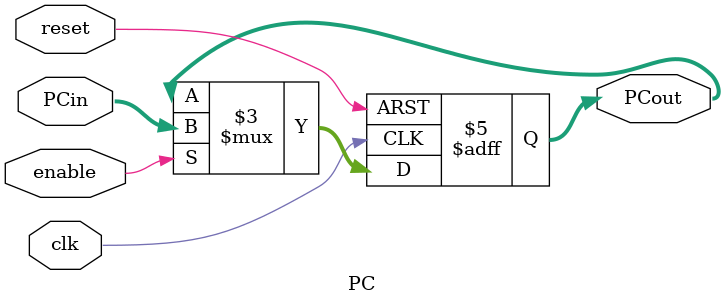
<source format=v>

module PC #(

      parameter N = 32
)
(
		input enable , clk, reset,
		input [N-1:0] PCin,
		output reg [N-1:0] PCout
);


always @(posedge clk or negedge reset) begin
		
		if(!reset)begin	
			PCout <= 32'h400_000;
		end
		
		else if(enable) begin
			PCout <= PCin; 
		end


end 

endmodule 


</source>
